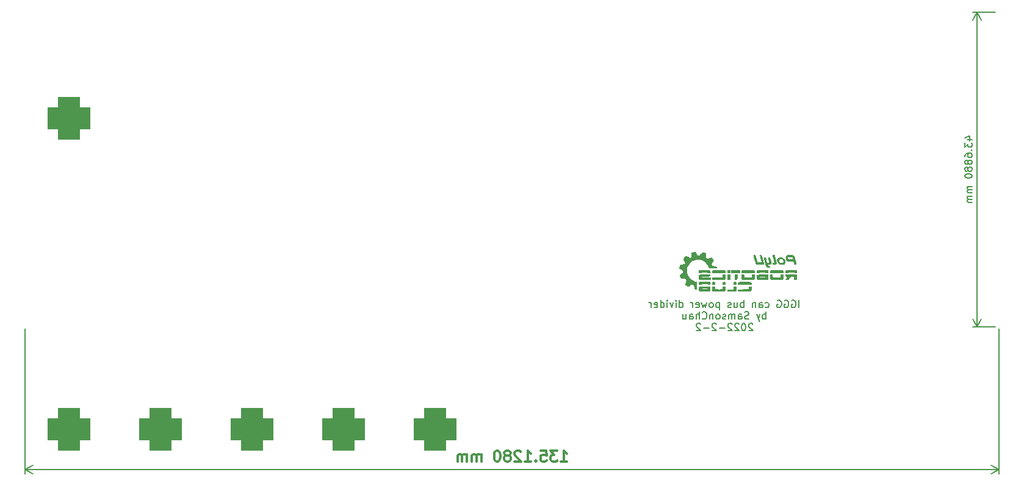
<source format=gbr>
G04 #@! TF.GenerationSoftware,KiCad,Pcbnew,6.0.2-378541a8eb~116~ubuntu18.04.1*
G04 #@! TF.CreationDate,2022-02-21T15:42:04+08:00*
G04 #@! TF.ProjectId,XT60_CAN,58543630-5f43-4414-9e2e-6b696361645f,rev?*
G04 #@! TF.SameCoordinates,Original*
G04 #@! TF.FileFunction,Legend,Bot*
G04 #@! TF.FilePolarity,Positive*
%FSLAX46Y46*%
G04 Gerber Fmt 4.6, Leading zero omitted, Abs format (unit mm)*
G04 Created by KiCad (PCBNEW 6.0.2-378541a8eb~116~ubuntu18.04.1) date 2022-02-21 15:42:04*
%MOMM*%
%LPD*%
G01*
G04 APERTURE LIST*
G04 Aperture macros list*
%AMRoundRect*
0 Rectangle with rounded corners*
0 $1 Rounding radius*
0 $2 $3 $4 $5 $6 $7 $8 $9 X,Y pos of 4 corners*
0 Add a 4 corners polygon primitive as box body*
4,1,4,$2,$3,$4,$5,$6,$7,$8,$9,$2,$3,0*
0 Add four circle primitives for the rounded corners*
1,1,$1+$1,$2,$3*
1,1,$1+$1,$4,$5*
1,1,$1+$1,$6,$7*
1,1,$1+$1,$8,$9*
0 Add four rect primitives between the rounded corners*
20,1,$1+$1,$2,$3,$4,$5,0*
20,1,$1+$1,$4,$5,$6,$7,0*
20,1,$1+$1,$6,$7,$8,$9,0*
20,1,$1+$1,$8,$9,$2,$3,0*%
G04 Aperture macros list end*
%ADD10C,0.150000*%
%ADD11C,0.300000*%
%ADD12C,0.200000*%
%ADD13R,1.308000X4.500000*%
%ADD14R,1.980000X3.960000*%
%ADD15O,1.980000X3.960000*%
%ADD16RoundRect,1.500000X1.500000X-1.500000X1.500000X1.500000X-1.500000X1.500000X-1.500000X-1.500000X0*%
%ADD17C,6.000000*%
%ADD18C,2.400000*%
G04 APERTURE END LIST*
D10*
X167305333Y-66914380D02*
X167305333Y-65914380D01*
X166305333Y-65962000D02*
X166400571Y-65914380D01*
X166543428Y-65914380D01*
X166686285Y-65962000D01*
X166781523Y-66057238D01*
X166829142Y-66152476D01*
X166876761Y-66342952D01*
X166876761Y-66485809D01*
X166829142Y-66676285D01*
X166781523Y-66771523D01*
X166686285Y-66866761D01*
X166543428Y-66914380D01*
X166448190Y-66914380D01*
X166305333Y-66866761D01*
X166257714Y-66819142D01*
X166257714Y-66485809D01*
X166448190Y-66485809D01*
X165305333Y-65962000D02*
X165400571Y-65914380D01*
X165543428Y-65914380D01*
X165686285Y-65962000D01*
X165781523Y-66057238D01*
X165829142Y-66152476D01*
X165876761Y-66342952D01*
X165876761Y-66485809D01*
X165829142Y-66676285D01*
X165781523Y-66771523D01*
X165686285Y-66866761D01*
X165543428Y-66914380D01*
X165448190Y-66914380D01*
X165305333Y-66866761D01*
X165257714Y-66819142D01*
X165257714Y-66485809D01*
X165448190Y-66485809D01*
X164305333Y-65962000D02*
X164400571Y-65914380D01*
X164543428Y-65914380D01*
X164686285Y-65962000D01*
X164781523Y-66057238D01*
X164829142Y-66152476D01*
X164876761Y-66342952D01*
X164876761Y-66485809D01*
X164829142Y-66676285D01*
X164781523Y-66771523D01*
X164686285Y-66866761D01*
X164543428Y-66914380D01*
X164448190Y-66914380D01*
X164305333Y-66866761D01*
X164257714Y-66819142D01*
X164257714Y-66485809D01*
X164448190Y-66485809D01*
X162638666Y-66866761D02*
X162733904Y-66914380D01*
X162924380Y-66914380D01*
X163019619Y-66866761D01*
X163067238Y-66819142D01*
X163114857Y-66723904D01*
X163114857Y-66438190D01*
X163067238Y-66342952D01*
X163019619Y-66295333D01*
X162924380Y-66247714D01*
X162733904Y-66247714D01*
X162638666Y-66295333D01*
X161781523Y-66914380D02*
X161781523Y-66390571D01*
X161829142Y-66295333D01*
X161924380Y-66247714D01*
X162114857Y-66247714D01*
X162210095Y-66295333D01*
X161781523Y-66866761D02*
X161876761Y-66914380D01*
X162114857Y-66914380D01*
X162210095Y-66866761D01*
X162257714Y-66771523D01*
X162257714Y-66676285D01*
X162210095Y-66581047D01*
X162114857Y-66533428D01*
X161876761Y-66533428D01*
X161781523Y-66485809D01*
X161305333Y-66247714D02*
X161305333Y-66914380D01*
X161305333Y-66342952D02*
X161257714Y-66295333D01*
X161162476Y-66247714D01*
X161019619Y-66247714D01*
X160924380Y-66295333D01*
X160876761Y-66390571D01*
X160876761Y-66914380D01*
X159638666Y-66914380D02*
X159638666Y-65914380D01*
X159638666Y-66295333D02*
X159543428Y-66247714D01*
X159352952Y-66247714D01*
X159257714Y-66295333D01*
X159210095Y-66342952D01*
X159162476Y-66438190D01*
X159162476Y-66723904D01*
X159210095Y-66819142D01*
X159257714Y-66866761D01*
X159352952Y-66914380D01*
X159543428Y-66914380D01*
X159638666Y-66866761D01*
X158305333Y-66247714D02*
X158305333Y-66914380D01*
X158733904Y-66247714D02*
X158733904Y-66771523D01*
X158686285Y-66866761D01*
X158591047Y-66914380D01*
X158448190Y-66914380D01*
X158352952Y-66866761D01*
X158305333Y-66819142D01*
X157876761Y-66866761D02*
X157781523Y-66914380D01*
X157591047Y-66914380D01*
X157495809Y-66866761D01*
X157448190Y-66771523D01*
X157448190Y-66723904D01*
X157495809Y-66628666D01*
X157591047Y-66581047D01*
X157733904Y-66581047D01*
X157829142Y-66533428D01*
X157876761Y-66438190D01*
X157876761Y-66390571D01*
X157829142Y-66295333D01*
X157733904Y-66247714D01*
X157591047Y-66247714D01*
X157495809Y-66295333D01*
X156257714Y-66247714D02*
X156257714Y-67247714D01*
X156257714Y-66295333D02*
X156162476Y-66247714D01*
X155972000Y-66247714D01*
X155876761Y-66295333D01*
X155829142Y-66342952D01*
X155781523Y-66438190D01*
X155781523Y-66723904D01*
X155829142Y-66819142D01*
X155876761Y-66866761D01*
X155972000Y-66914380D01*
X156162476Y-66914380D01*
X156257714Y-66866761D01*
X155210095Y-66914380D02*
X155305333Y-66866761D01*
X155352952Y-66819142D01*
X155400571Y-66723904D01*
X155400571Y-66438190D01*
X155352952Y-66342952D01*
X155305333Y-66295333D01*
X155210095Y-66247714D01*
X155067238Y-66247714D01*
X154972000Y-66295333D01*
X154924380Y-66342952D01*
X154876761Y-66438190D01*
X154876761Y-66723904D01*
X154924380Y-66819142D01*
X154972000Y-66866761D01*
X155067238Y-66914380D01*
X155210095Y-66914380D01*
X154543428Y-66247714D02*
X154352952Y-66914380D01*
X154162476Y-66438190D01*
X153972000Y-66914380D01*
X153781523Y-66247714D01*
X153019619Y-66866761D02*
X153114857Y-66914380D01*
X153305333Y-66914380D01*
X153400571Y-66866761D01*
X153448190Y-66771523D01*
X153448190Y-66390571D01*
X153400571Y-66295333D01*
X153305333Y-66247714D01*
X153114857Y-66247714D01*
X153019619Y-66295333D01*
X152972000Y-66390571D01*
X152972000Y-66485809D01*
X153448190Y-66581047D01*
X152543428Y-66914380D02*
X152543428Y-66247714D01*
X152543428Y-66438190D02*
X152495809Y-66342952D01*
X152448190Y-66295333D01*
X152352952Y-66247714D01*
X152257714Y-66247714D01*
X150733904Y-66914380D02*
X150733904Y-65914380D01*
X150733904Y-66866761D02*
X150829142Y-66914380D01*
X151019619Y-66914380D01*
X151114857Y-66866761D01*
X151162476Y-66819142D01*
X151210095Y-66723904D01*
X151210095Y-66438190D01*
X151162476Y-66342952D01*
X151114857Y-66295333D01*
X151019619Y-66247714D01*
X150829142Y-66247714D01*
X150733904Y-66295333D01*
X150257714Y-66914380D02*
X150257714Y-66247714D01*
X150257714Y-65914380D02*
X150305333Y-65962000D01*
X150257714Y-66009619D01*
X150210095Y-65962000D01*
X150257714Y-65914380D01*
X150257714Y-66009619D01*
X149876761Y-66247714D02*
X149638666Y-66914380D01*
X149400571Y-66247714D01*
X149019619Y-66914380D02*
X149019619Y-66247714D01*
X149019619Y-65914380D02*
X149067238Y-65962000D01*
X149019619Y-66009619D01*
X148972000Y-65962000D01*
X149019619Y-65914380D01*
X149019619Y-66009619D01*
X148114857Y-66914380D02*
X148114857Y-65914380D01*
X148114857Y-66866761D02*
X148210095Y-66914380D01*
X148400571Y-66914380D01*
X148495809Y-66866761D01*
X148543428Y-66819142D01*
X148591047Y-66723904D01*
X148591047Y-66438190D01*
X148543428Y-66342952D01*
X148495809Y-66295333D01*
X148400571Y-66247714D01*
X148210095Y-66247714D01*
X148114857Y-66295333D01*
X147257714Y-66866761D02*
X147352952Y-66914380D01*
X147543428Y-66914380D01*
X147638666Y-66866761D01*
X147686285Y-66771523D01*
X147686285Y-66390571D01*
X147638666Y-66295333D01*
X147543428Y-66247714D01*
X147352952Y-66247714D01*
X147257714Y-66295333D01*
X147210095Y-66390571D01*
X147210095Y-66485809D01*
X147686285Y-66581047D01*
X146781523Y-66914380D02*
X146781523Y-66247714D01*
X146781523Y-66438190D02*
X146733904Y-66342952D01*
X146686285Y-66295333D01*
X146591047Y-66247714D01*
X146495809Y-66247714D01*
X162710095Y-68524380D02*
X162710095Y-67524380D01*
X162710095Y-67905333D02*
X162614857Y-67857714D01*
X162424380Y-67857714D01*
X162329142Y-67905333D01*
X162281523Y-67952952D01*
X162233904Y-68048190D01*
X162233904Y-68333904D01*
X162281523Y-68429142D01*
X162329142Y-68476761D01*
X162424380Y-68524380D01*
X162614857Y-68524380D01*
X162710095Y-68476761D01*
X161900571Y-67857714D02*
X161662476Y-68524380D01*
X161424380Y-67857714D02*
X161662476Y-68524380D01*
X161757714Y-68762476D01*
X161805333Y-68810095D01*
X161900571Y-68857714D01*
X160329142Y-68476761D02*
X160186285Y-68524380D01*
X159948190Y-68524380D01*
X159852952Y-68476761D01*
X159805333Y-68429142D01*
X159757714Y-68333904D01*
X159757714Y-68238666D01*
X159805333Y-68143428D01*
X159852952Y-68095809D01*
X159948190Y-68048190D01*
X160138666Y-68000571D01*
X160233904Y-67952952D01*
X160281523Y-67905333D01*
X160329142Y-67810095D01*
X160329142Y-67714857D01*
X160281523Y-67619619D01*
X160233904Y-67572000D01*
X160138666Y-67524380D01*
X159900571Y-67524380D01*
X159757714Y-67572000D01*
X158900571Y-68524380D02*
X158900571Y-68000571D01*
X158948190Y-67905333D01*
X159043428Y-67857714D01*
X159233904Y-67857714D01*
X159329142Y-67905333D01*
X158900571Y-68476761D02*
X158995809Y-68524380D01*
X159233904Y-68524380D01*
X159329142Y-68476761D01*
X159376761Y-68381523D01*
X159376761Y-68286285D01*
X159329142Y-68191047D01*
X159233904Y-68143428D01*
X158995809Y-68143428D01*
X158900571Y-68095809D01*
X158424380Y-68524380D02*
X158424380Y-67857714D01*
X158424380Y-67952952D02*
X158376761Y-67905333D01*
X158281523Y-67857714D01*
X158138666Y-67857714D01*
X158043428Y-67905333D01*
X157995809Y-68000571D01*
X157995809Y-68524380D01*
X157995809Y-68000571D02*
X157948190Y-67905333D01*
X157852952Y-67857714D01*
X157710095Y-67857714D01*
X157614857Y-67905333D01*
X157567238Y-68000571D01*
X157567238Y-68524380D01*
X157138666Y-68476761D02*
X157043428Y-68524380D01*
X156852952Y-68524380D01*
X156757714Y-68476761D01*
X156710095Y-68381523D01*
X156710095Y-68333904D01*
X156757714Y-68238666D01*
X156852952Y-68191047D01*
X156995809Y-68191047D01*
X157091047Y-68143428D01*
X157138666Y-68048190D01*
X157138666Y-68000571D01*
X157091047Y-67905333D01*
X156995809Y-67857714D01*
X156852952Y-67857714D01*
X156757714Y-67905333D01*
X156138666Y-68524380D02*
X156233904Y-68476761D01*
X156281523Y-68429142D01*
X156329142Y-68333904D01*
X156329142Y-68048190D01*
X156281523Y-67952952D01*
X156233904Y-67905333D01*
X156138666Y-67857714D01*
X155995809Y-67857714D01*
X155900571Y-67905333D01*
X155852952Y-67952952D01*
X155805333Y-68048190D01*
X155805333Y-68333904D01*
X155852952Y-68429142D01*
X155900571Y-68476761D01*
X155995809Y-68524380D01*
X156138666Y-68524380D01*
X155376761Y-67857714D02*
X155376761Y-68524380D01*
X155376761Y-67952952D02*
X155329142Y-67905333D01*
X155233904Y-67857714D01*
X155091047Y-67857714D01*
X154995809Y-67905333D01*
X154948190Y-68000571D01*
X154948190Y-68524380D01*
X153900571Y-68429142D02*
X153948190Y-68476761D01*
X154091047Y-68524380D01*
X154186285Y-68524380D01*
X154329142Y-68476761D01*
X154424380Y-68381523D01*
X154472000Y-68286285D01*
X154519619Y-68095809D01*
X154519619Y-67952952D01*
X154472000Y-67762476D01*
X154424380Y-67667238D01*
X154329142Y-67572000D01*
X154186285Y-67524380D01*
X154091047Y-67524380D01*
X153948190Y-67572000D01*
X153900571Y-67619619D01*
X153472000Y-68524380D02*
X153472000Y-67524380D01*
X153043428Y-68524380D02*
X153043428Y-68000571D01*
X153091047Y-67905333D01*
X153186285Y-67857714D01*
X153329142Y-67857714D01*
X153424380Y-67905333D01*
X153472000Y-67952952D01*
X152138666Y-68524380D02*
X152138666Y-68000571D01*
X152186285Y-67905333D01*
X152281523Y-67857714D01*
X152472000Y-67857714D01*
X152567238Y-67905333D01*
X152138666Y-68476761D02*
X152233904Y-68524380D01*
X152472000Y-68524380D01*
X152567238Y-68476761D01*
X152614857Y-68381523D01*
X152614857Y-68286285D01*
X152567238Y-68191047D01*
X152472000Y-68143428D01*
X152233904Y-68143428D01*
X152138666Y-68095809D01*
X151233904Y-67857714D02*
X151233904Y-68524380D01*
X151662476Y-67857714D02*
X151662476Y-68381523D01*
X151614857Y-68476761D01*
X151519619Y-68524380D01*
X151376761Y-68524380D01*
X151281523Y-68476761D01*
X151233904Y-68429142D01*
X160876761Y-69229619D02*
X160829142Y-69182000D01*
X160733904Y-69134380D01*
X160495809Y-69134380D01*
X160400571Y-69182000D01*
X160352952Y-69229619D01*
X160305333Y-69324857D01*
X160305333Y-69420095D01*
X160352952Y-69562952D01*
X160924380Y-70134380D01*
X160305333Y-70134380D01*
X159686285Y-69134380D02*
X159591047Y-69134380D01*
X159495809Y-69182000D01*
X159448190Y-69229619D01*
X159400571Y-69324857D01*
X159352952Y-69515333D01*
X159352952Y-69753428D01*
X159400571Y-69943904D01*
X159448190Y-70039142D01*
X159495809Y-70086761D01*
X159591047Y-70134380D01*
X159686285Y-70134380D01*
X159781523Y-70086761D01*
X159829142Y-70039142D01*
X159876761Y-69943904D01*
X159924380Y-69753428D01*
X159924380Y-69515333D01*
X159876761Y-69324857D01*
X159829142Y-69229619D01*
X159781523Y-69182000D01*
X159686285Y-69134380D01*
X158972000Y-69229619D02*
X158924380Y-69182000D01*
X158829142Y-69134380D01*
X158591047Y-69134380D01*
X158495809Y-69182000D01*
X158448190Y-69229619D01*
X158400571Y-69324857D01*
X158400571Y-69420095D01*
X158448190Y-69562952D01*
X159019619Y-70134380D01*
X158400571Y-70134380D01*
X158019619Y-69229619D02*
X157972000Y-69182000D01*
X157876761Y-69134380D01*
X157638666Y-69134380D01*
X157543428Y-69182000D01*
X157495809Y-69229619D01*
X157448190Y-69324857D01*
X157448190Y-69420095D01*
X157495809Y-69562952D01*
X158067238Y-70134380D01*
X157448190Y-70134380D01*
X157019619Y-69753428D02*
X156257714Y-69753428D01*
X155829142Y-69229619D02*
X155781523Y-69182000D01*
X155686285Y-69134380D01*
X155448190Y-69134380D01*
X155352952Y-69182000D01*
X155305333Y-69229619D01*
X155257714Y-69324857D01*
X155257714Y-69420095D01*
X155305333Y-69562952D01*
X155876761Y-70134380D01*
X155257714Y-70134380D01*
X154829142Y-69753428D02*
X154067238Y-69753428D01*
X153638666Y-69229619D02*
X153591047Y-69182000D01*
X153495809Y-69134380D01*
X153257714Y-69134380D01*
X153162476Y-69182000D01*
X153114857Y-69229619D01*
X153067238Y-69324857D01*
X153067238Y-69420095D01*
X153114857Y-69562952D01*
X153686285Y-70134380D01*
X153067238Y-70134380D01*
D11*
X134293714Y-88286571D02*
X135150857Y-88286571D01*
X134722285Y-88286571D02*
X134722285Y-86786571D01*
X134865142Y-87000857D01*
X135008000Y-87143714D01*
X135150857Y-87215142D01*
X133793714Y-86786571D02*
X132865142Y-86786571D01*
X133365142Y-87358000D01*
X133150857Y-87358000D01*
X133008000Y-87429428D01*
X132936571Y-87500857D01*
X132865142Y-87643714D01*
X132865142Y-88000857D01*
X132936571Y-88143714D01*
X133008000Y-88215142D01*
X133150857Y-88286571D01*
X133579428Y-88286571D01*
X133722285Y-88215142D01*
X133793714Y-88143714D01*
X131508000Y-86786571D02*
X132222285Y-86786571D01*
X132293714Y-87500857D01*
X132222285Y-87429428D01*
X132079428Y-87358000D01*
X131722285Y-87358000D01*
X131579428Y-87429428D01*
X131508000Y-87500857D01*
X131436571Y-87643714D01*
X131436571Y-88000857D01*
X131508000Y-88143714D01*
X131579428Y-88215142D01*
X131722285Y-88286571D01*
X132079428Y-88286571D01*
X132222285Y-88215142D01*
X132293714Y-88143714D01*
X130793714Y-88143714D02*
X130722285Y-88215142D01*
X130793714Y-88286571D01*
X130865142Y-88215142D01*
X130793714Y-88143714D01*
X130793714Y-88286571D01*
X129293714Y-88286571D02*
X130150857Y-88286571D01*
X129722285Y-88286571D02*
X129722285Y-86786571D01*
X129865142Y-87000857D01*
X130008000Y-87143714D01*
X130150857Y-87215142D01*
X128722285Y-86929428D02*
X128650857Y-86858000D01*
X128508000Y-86786571D01*
X128150857Y-86786571D01*
X128008000Y-86858000D01*
X127936571Y-86929428D01*
X127865142Y-87072285D01*
X127865142Y-87215142D01*
X127936571Y-87429428D01*
X128793714Y-88286571D01*
X127865142Y-88286571D01*
X127008000Y-87429428D02*
X127150857Y-87358000D01*
X127222285Y-87286571D01*
X127293714Y-87143714D01*
X127293714Y-87072285D01*
X127222285Y-86929428D01*
X127150857Y-86858000D01*
X127008000Y-86786571D01*
X126722285Y-86786571D01*
X126579428Y-86858000D01*
X126508000Y-86929428D01*
X126436571Y-87072285D01*
X126436571Y-87143714D01*
X126508000Y-87286571D01*
X126579428Y-87358000D01*
X126722285Y-87429428D01*
X127008000Y-87429428D01*
X127150857Y-87500857D01*
X127222285Y-87572285D01*
X127293714Y-87715142D01*
X127293714Y-88000857D01*
X127222285Y-88143714D01*
X127150857Y-88215142D01*
X127008000Y-88286571D01*
X126722285Y-88286571D01*
X126579428Y-88215142D01*
X126508000Y-88143714D01*
X126436571Y-88000857D01*
X126436571Y-87715142D01*
X126508000Y-87572285D01*
X126579428Y-87500857D01*
X126722285Y-87429428D01*
X125508000Y-86786571D02*
X125365142Y-86786571D01*
X125222285Y-86858000D01*
X125150857Y-86929428D01*
X125079428Y-87072285D01*
X125008000Y-87358000D01*
X125008000Y-87715142D01*
X125079428Y-88000857D01*
X125150857Y-88143714D01*
X125222285Y-88215142D01*
X125365142Y-88286571D01*
X125508000Y-88286571D01*
X125650857Y-88215142D01*
X125722285Y-88143714D01*
X125793714Y-88000857D01*
X125865142Y-87715142D01*
X125865142Y-87358000D01*
X125793714Y-87072285D01*
X125722285Y-86929428D01*
X125650857Y-86858000D01*
X125508000Y-86786571D01*
X123222285Y-88286571D02*
X123222285Y-87286571D01*
X123222285Y-87429428D02*
X123150857Y-87358000D01*
X123008000Y-87286571D01*
X122793714Y-87286571D01*
X122650857Y-87358000D01*
X122579428Y-87500857D01*
X122579428Y-88286571D01*
X122579428Y-87500857D02*
X122508000Y-87358000D01*
X122365142Y-87286571D01*
X122150857Y-87286571D01*
X122008000Y-87358000D01*
X121936571Y-87500857D01*
X121936571Y-88286571D01*
X121222285Y-88286571D02*
X121222285Y-87286571D01*
X121222285Y-87429428D02*
X121150857Y-87358000D01*
X121008000Y-87286571D01*
X120793714Y-87286571D01*
X120650857Y-87358000D01*
X120579428Y-87500857D01*
X120579428Y-88286571D01*
X120579428Y-87500857D02*
X120508000Y-87358000D01*
X120365142Y-87286571D01*
X120150857Y-87286571D01*
X120008000Y-87358000D01*
X119936571Y-87500857D01*
X119936571Y-88286571D01*
D12*
X59944000Y-69842000D02*
X59944000Y-89994420D01*
X195072000Y-69842000D02*
X195072000Y-89994420D01*
X59944000Y-89408000D02*
X195072000Y-89408000D01*
X59944000Y-89408000D02*
X195072000Y-89408000D01*
X59944000Y-89408000D02*
X61070504Y-89994421D01*
X59944000Y-89408000D02*
X61070504Y-88821579D01*
X195072000Y-89408000D02*
X193945496Y-88821579D01*
X195072000Y-89408000D02*
X193945496Y-89994421D01*
D10*
X190659714Y-43609142D02*
X191326380Y-43609142D01*
X190278761Y-43371047D02*
X190993047Y-43132952D01*
X190993047Y-43752000D01*
X190326380Y-44037714D02*
X190326380Y-44656761D01*
X190707333Y-44323428D01*
X190707333Y-44466285D01*
X190754952Y-44561523D01*
X190802571Y-44609142D01*
X190897809Y-44656761D01*
X191135904Y-44656761D01*
X191231142Y-44609142D01*
X191278761Y-44561523D01*
X191326380Y-44466285D01*
X191326380Y-44180571D01*
X191278761Y-44085333D01*
X191231142Y-44037714D01*
X191231142Y-45085333D02*
X191278761Y-45132952D01*
X191326380Y-45085333D01*
X191278761Y-45037714D01*
X191231142Y-45085333D01*
X191326380Y-45085333D01*
X190326380Y-45990095D02*
X190326380Y-45799619D01*
X190374000Y-45704380D01*
X190421619Y-45656761D01*
X190564476Y-45561523D01*
X190754952Y-45513904D01*
X191135904Y-45513904D01*
X191231142Y-45561523D01*
X191278761Y-45609142D01*
X191326380Y-45704380D01*
X191326380Y-45894857D01*
X191278761Y-45990095D01*
X191231142Y-46037714D01*
X191135904Y-46085333D01*
X190897809Y-46085333D01*
X190802571Y-46037714D01*
X190754952Y-45990095D01*
X190707333Y-45894857D01*
X190707333Y-45704380D01*
X190754952Y-45609142D01*
X190802571Y-45561523D01*
X190897809Y-45513904D01*
X190754952Y-46656761D02*
X190707333Y-46561523D01*
X190659714Y-46513904D01*
X190564476Y-46466285D01*
X190516857Y-46466285D01*
X190421619Y-46513904D01*
X190374000Y-46561523D01*
X190326380Y-46656761D01*
X190326380Y-46847238D01*
X190374000Y-46942476D01*
X190421619Y-46990095D01*
X190516857Y-47037714D01*
X190564476Y-47037714D01*
X190659714Y-46990095D01*
X190707333Y-46942476D01*
X190754952Y-46847238D01*
X190754952Y-46656761D01*
X190802571Y-46561523D01*
X190850190Y-46513904D01*
X190945428Y-46466285D01*
X191135904Y-46466285D01*
X191231142Y-46513904D01*
X191278761Y-46561523D01*
X191326380Y-46656761D01*
X191326380Y-46847238D01*
X191278761Y-46942476D01*
X191231142Y-46990095D01*
X191135904Y-47037714D01*
X190945428Y-47037714D01*
X190850190Y-46990095D01*
X190802571Y-46942476D01*
X190754952Y-46847238D01*
X190754952Y-47609142D02*
X190707333Y-47513904D01*
X190659714Y-47466285D01*
X190564476Y-47418666D01*
X190516857Y-47418666D01*
X190421619Y-47466285D01*
X190374000Y-47513904D01*
X190326380Y-47609142D01*
X190326380Y-47799619D01*
X190374000Y-47894857D01*
X190421619Y-47942476D01*
X190516857Y-47990095D01*
X190564476Y-47990095D01*
X190659714Y-47942476D01*
X190707333Y-47894857D01*
X190754952Y-47799619D01*
X190754952Y-47609142D01*
X190802571Y-47513904D01*
X190850190Y-47466285D01*
X190945428Y-47418666D01*
X191135904Y-47418666D01*
X191231142Y-47466285D01*
X191278761Y-47513904D01*
X191326380Y-47609142D01*
X191326380Y-47799619D01*
X191278761Y-47894857D01*
X191231142Y-47942476D01*
X191135904Y-47990095D01*
X190945428Y-47990095D01*
X190850190Y-47942476D01*
X190802571Y-47894857D01*
X190754952Y-47799619D01*
X190326380Y-48609142D02*
X190326380Y-48704380D01*
X190374000Y-48799619D01*
X190421619Y-48847238D01*
X190516857Y-48894857D01*
X190707333Y-48942476D01*
X190945428Y-48942476D01*
X191135904Y-48894857D01*
X191231142Y-48847238D01*
X191278761Y-48799619D01*
X191326380Y-48704380D01*
X191326380Y-48609142D01*
X191278761Y-48513904D01*
X191231142Y-48466285D01*
X191135904Y-48418666D01*
X190945428Y-48371047D01*
X190707333Y-48371047D01*
X190516857Y-48418666D01*
X190421619Y-48466285D01*
X190374000Y-48513904D01*
X190326380Y-48609142D01*
X191326380Y-50132952D02*
X190659714Y-50132952D01*
X190754952Y-50132952D02*
X190707333Y-50180571D01*
X190659714Y-50275809D01*
X190659714Y-50418666D01*
X190707333Y-50513904D01*
X190802571Y-50561523D01*
X191326380Y-50561523D01*
X190802571Y-50561523D02*
X190707333Y-50609142D01*
X190659714Y-50704380D01*
X190659714Y-50847238D01*
X190707333Y-50942476D01*
X190802571Y-50990095D01*
X191326380Y-50990095D01*
X191326380Y-51466285D02*
X190659714Y-51466285D01*
X190754952Y-51466285D02*
X190707333Y-51513904D01*
X190659714Y-51609142D01*
X190659714Y-51752000D01*
X190707333Y-51847238D01*
X190802571Y-51894857D01*
X191326380Y-51894857D01*
X190802571Y-51894857D02*
X190707333Y-51942476D01*
X190659714Y-52037714D01*
X190659714Y-52180571D01*
X190707333Y-52275809D01*
X190802571Y-52323428D01*
X191326380Y-52323428D01*
X194572000Y-25908000D02*
X191437580Y-25908000D01*
X194572000Y-69596000D02*
X191437580Y-69596000D01*
X192024000Y-25908000D02*
X192024000Y-69596000D01*
X192024000Y-25908000D02*
X192024000Y-69596000D01*
X192024000Y-25908000D02*
X191437579Y-27034504D01*
X192024000Y-25908000D02*
X192610421Y-27034504D01*
X192024000Y-69596000D02*
X192610421Y-68469496D01*
X192024000Y-69596000D02*
X191437579Y-68469496D01*
G36*
X155662531Y-64151731D02*
G01*
X155665168Y-64215881D01*
X155679004Y-64306953D01*
X155700727Y-64358883D01*
X155742587Y-64375285D01*
X155839712Y-64387575D01*
X155994106Y-64394778D01*
X156208880Y-64397127D01*
X156230104Y-64397126D01*
X156420385Y-64396112D01*
X156556815Y-64390125D01*
X156648354Y-64374672D01*
X156703958Y-64345259D01*
X156732584Y-64297393D01*
X156743192Y-64226582D01*
X156744737Y-64128331D01*
X156744737Y-63982823D01*
X157158521Y-63982823D01*
X157158521Y-64283270D01*
X157158520Y-64289939D01*
X157157394Y-64428963D01*
X157151834Y-64519647D01*
X157138450Y-64576803D01*
X157113853Y-64615240D01*
X157074655Y-64649770D01*
X157071966Y-64651874D01*
X157042612Y-64672049D01*
X157007548Y-64687473D01*
X156958496Y-64698781D01*
X156887179Y-64706609D01*
X156785316Y-64711592D01*
X156644630Y-64714365D01*
X156456843Y-64715564D01*
X156213676Y-64715822D01*
X156032858Y-64715516D01*
X155817934Y-64713766D01*
X155653426Y-64710080D01*
X155531489Y-64704018D01*
X155444279Y-64695142D01*
X155383949Y-64683015D01*
X155342655Y-64667199D01*
X155248747Y-64618576D01*
X155248747Y-63982823D01*
X155662531Y-63982823D01*
X155662531Y-64151731D01*
G37*
G36*
X157681041Y-62343145D02*
G01*
X157795113Y-62364572D01*
X157795113Y-63058607D01*
X157381328Y-63058607D01*
X157381328Y-62362542D01*
X157474148Y-62342130D01*
X157476293Y-62341670D01*
X157574770Y-62334017D01*
X157681041Y-62343145D01*
G37*
G36*
X167057519Y-62134391D02*
G01*
X166865542Y-62134391D01*
X166760289Y-62130708D01*
X166686710Y-62115655D01*
X166655245Y-62086587D01*
X166641541Y-62069349D01*
X166602316Y-62054261D01*
X166529158Y-62044900D01*
X166412170Y-62040122D01*
X166241460Y-62038783D01*
X166098524Y-62039641D01*
X165972166Y-62043683D01*
X165891501Y-62052093D01*
X165846636Y-62066013D01*
X165827676Y-62086587D01*
X165827642Y-62086674D01*
X165797699Y-62114835D01*
X165727606Y-62129915D01*
X165605868Y-62134391D01*
X165402381Y-62134391D01*
X165402381Y-61976851D01*
X165402387Y-61967077D01*
X165404358Y-61894149D01*
X165414649Y-61837207D01*
X165440176Y-61794271D01*
X165487858Y-61763366D01*
X165564611Y-61742513D01*
X165677354Y-61729736D01*
X165833003Y-61723058D01*
X166038476Y-61720501D01*
X166300691Y-61720088D01*
X167057519Y-61720088D01*
X167057519Y-62134391D01*
G37*
G36*
X158527193Y-63366148D02*
G01*
X158532973Y-63367313D01*
X158583868Y-63381745D01*
X158610608Y-63409567D01*
X158620957Y-63467559D01*
X158622682Y-63572503D01*
X158622682Y-63759736D01*
X158240727Y-63759736D01*
X158240727Y-63572503D01*
X158240731Y-63561169D01*
X158242893Y-63460941D01*
X158254351Y-63406215D01*
X158282870Y-63380211D01*
X158336215Y-63366148D01*
X158421261Y-63358340D01*
X158527193Y-63366148D01*
G37*
G36*
X152991282Y-59187968D02*
G01*
X153011808Y-59211204D01*
X153054786Y-59279083D01*
X153104938Y-59371967D01*
X153172080Y-59500522D01*
X153237289Y-59607142D01*
X153294456Y-59671774D01*
X153352172Y-59703726D01*
X153419029Y-59712309D01*
X153457906Y-59710372D01*
X153505557Y-59695796D01*
X153552902Y-59658190D01*
X153611586Y-59587404D01*
X153693256Y-59473287D01*
X153731031Y-59420917D01*
X153807698Y-59325195D01*
X153871511Y-59258992D01*
X153911547Y-59234266D01*
X153913702Y-59234321D01*
X153971673Y-59245466D01*
X154068426Y-59272219D01*
X154184213Y-59309157D01*
X154405263Y-59384049D01*
X154405263Y-59693406D01*
X154405265Y-59703934D01*
X154406451Y-59844326D01*
X154411925Y-59936197D01*
X154424762Y-59993876D01*
X154448040Y-60031694D01*
X154484837Y-60063979D01*
X154541929Y-60101224D01*
X154605855Y-60120131D01*
X154684301Y-60114419D01*
X154791437Y-60082855D01*
X154941433Y-60024204D01*
X155191137Y-59921281D01*
X155283155Y-60031914D01*
X155297020Y-60048765D01*
X155381057Y-60155772D01*
X155458886Y-60261139D01*
X155542599Y-60379731D01*
X155379758Y-60599667D01*
X155293627Y-60720141D01*
X155242700Y-60808182D01*
X155223314Y-60878883D01*
X155231082Y-60948309D01*
X155261621Y-61032524D01*
X155273356Y-61059452D01*
X155301889Y-61105553D01*
X155345123Y-61135190D01*
X155419167Y-61156830D01*
X155540130Y-61178945D01*
X155596585Y-61188585D01*
X155739444Y-61216094D01*
X155832638Y-61242433D01*
X155886461Y-61272693D01*
X155911207Y-61311961D01*
X155917168Y-61365325D01*
X155905733Y-61431982D01*
X155866820Y-61477657D01*
X155837717Y-61483978D01*
X155748726Y-61491584D01*
X155621227Y-61495906D01*
X155469814Y-61497143D01*
X155309075Y-61495494D01*
X155153603Y-61491158D01*
X155017990Y-61484332D01*
X154916824Y-61475217D01*
X154864699Y-61464010D01*
X154828148Y-61436817D01*
X154803108Y-61392304D01*
X154797446Y-61354925D01*
X154760175Y-61255754D01*
X154695745Y-61131277D01*
X154613166Y-60996775D01*
X154521447Y-60867530D01*
X154429599Y-60758821D01*
X154390132Y-60718486D01*
X154155905Y-60522671D01*
X153904531Y-60386480D01*
X153629189Y-60306966D01*
X153323057Y-60281186D01*
X153138612Y-60291523D01*
X152838771Y-60355532D01*
X152564467Y-60474923D01*
X152321493Y-60646110D01*
X152115644Y-60865505D01*
X151952712Y-61129523D01*
X151919862Y-61200681D01*
X151823038Y-61498230D01*
X151787646Y-61797646D01*
X151812650Y-62092587D01*
X151897016Y-62376715D01*
X152039709Y-62643690D01*
X152239693Y-62887172D01*
X152246977Y-62894465D01*
X152452925Y-63071321D01*
X152674716Y-63201170D01*
X152934505Y-63297079D01*
X153116165Y-63349956D01*
X153116165Y-64428996D01*
X153008659Y-64428996D01*
X152963194Y-64427144D01*
X152902303Y-64409785D01*
X152860608Y-64364357D01*
X152829561Y-64279079D01*
X152800619Y-64142171D01*
X152790879Y-64089671D01*
X152765493Y-63963702D01*
X152742120Y-63882722D01*
X152714012Y-63833271D01*
X152674422Y-63801893D01*
X152616603Y-63775130D01*
X152543028Y-63747288D01*
X152466158Y-63733735D01*
X152393636Y-63749515D01*
X152308330Y-63799164D01*
X152193108Y-63887214D01*
X152169129Y-63906146D01*
X152072026Y-63977574D01*
X151993224Y-64027670D01*
X151947911Y-64046562D01*
X151935694Y-64044487D01*
X151874091Y-64014348D01*
X151789254Y-63957787D01*
X151696540Y-63886982D01*
X151611303Y-63814114D01*
X151548900Y-63751360D01*
X151524687Y-63710899D01*
X151525597Y-63702428D01*
X151542531Y-63639911D01*
X151576445Y-63540554D01*
X151621556Y-63421626D01*
X151718426Y-63177465D01*
X151636071Y-63052862D01*
X151553716Y-62928260D01*
X150938774Y-62947064D01*
X150851036Y-62723977D01*
X150845006Y-62708559D01*
X150803413Y-62597074D01*
X150773728Y-62508659D01*
X150762037Y-62461282D01*
X150768486Y-62446948D01*
X150814581Y-62396906D01*
X150895399Y-62326084D01*
X150999499Y-62244908D01*
X151070741Y-62191464D01*
X151158698Y-62120092D01*
X151209322Y-62066341D01*
X151232403Y-62018740D01*
X151237733Y-61965822D01*
X151237697Y-61960244D01*
X151233106Y-61890603D01*
X151213545Y-61838381D01*
X151168337Y-61792478D01*
X151086809Y-61741793D01*
X150958283Y-61675223D01*
X150927239Y-61659284D01*
X150821626Y-61599681D01*
X150743637Y-61547352D01*
X150708313Y-61512115D01*
X150706726Y-61505593D01*
X150708587Y-61443239D01*
X150723723Y-61341764D01*
X150749529Y-61219644D01*
X150769521Y-61138999D01*
X150802075Y-61039887D01*
X150844854Y-60978438D01*
X150911216Y-60945298D01*
X151014520Y-60931112D01*
X151168124Y-60926527D01*
X151243572Y-60924207D01*
X151333139Y-60913046D01*
X151393614Y-60886917D01*
X151446632Y-60839023D01*
X151455058Y-60829675D01*
X151504500Y-60762609D01*
X151524687Y-60712675D01*
X151522145Y-60700651D01*
X151495225Y-60638768D01*
X151445159Y-60544049D01*
X151379741Y-60431611D01*
X151316464Y-60325336D01*
X151273226Y-60235092D01*
X151264508Y-60164198D01*
X151293174Y-60096794D01*
X151362089Y-60017021D01*
X151474116Y-59909021D01*
X151651824Y-59740741D01*
X151925281Y-59889990D01*
X152198739Y-60039239D01*
X152283455Y-59976155D01*
X152316739Y-59948296D01*
X152346212Y-59907747D01*
X152366225Y-59847326D01*
X152381228Y-59752451D01*
X152395674Y-59608539D01*
X152423178Y-59304007D01*
X152691927Y-59236518D01*
X152742686Y-59224241D01*
X152860153Y-59199690D01*
X152948379Y-59186730D01*
X152991282Y-59187968D01*
G37*
G36*
X164092098Y-60167692D02*
G01*
X164101014Y-60203882D01*
X164151446Y-60415742D01*
X164184647Y-60576685D01*
X164200622Y-60695809D01*
X164199371Y-60782211D01*
X164180899Y-60844990D01*
X164145206Y-60893244D01*
X164092295Y-60936069D01*
X164079241Y-60944125D01*
X163983197Y-60975428D01*
X163855543Y-60987089D01*
X163775394Y-60985851D01*
X163715749Y-60975432D01*
X163687245Y-60945940D01*
X163671648Y-60887497D01*
X163655077Y-60789719D01*
X163659165Y-60730507D01*
X163692867Y-60705446D01*
X163763158Y-60700263D01*
X163777795Y-60699973D01*
X163846586Y-60688907D01*
X163874561Y-60666773D01*
X163869724Y-60639344D01*
X163852134Y-60559914D01*
X163824699Y-60442422D01*
X163790615Y-60299981D01*
X163753076Y-60145703D01*
X163715279Y-59992701D01*
X163680417Y-59854087D01*
X163651686Y-59742973D01*
X163632281Y-59672472D01*
X163628628Y-59655444D01*
X163639609Y-59630703D01*
X163687575Y-59619397D01*
X163785806Y-59616700D01*
X163955977Y-59616700D01*
X164092098Y-60167692D01*
G37*
G36*
X167057519Y-62702731D02*
G01*
X167056322Y-62817951D01*
X167051886Y-62942033D01*
X167044940Y-63030475D01*
X167036299Y-63069230D01*
X167016268Y-63078136D01*
X166946134Y-63087647D01*
X166852370Y-63089743D01*
X166760008Y-63084284D01*
X166694082Y-63071132D01*
X166665006Y-63044167D01*
X166648527Y-62979170D01*
X166643734Y-62863980D01*
X166643734Y-62676173D01*
X166168353Y-62676173D01*
X166032227Y-62859423D01*
X166028361Y-62864619D01*
X165956911Y-62957936D01*
X165898016Y-63030178D01*
X165864091Y-63066087D01*
X165835547Y-63075603D01*
X165757698Y-63084962D01*
X165655782Y-63089263D01*
X165551665Y-63088315D01*
X165467210Y-63081929D01*
X165424283Y-63069914D01*
X165426127Y-63046405D01*
X165457091Y-62984274D01*
X165512212Y-62901405D01*
X165557762Y-62837142D01*
X165607467Y-62760652D01*
X165630890Y-62715597D01*
X165630651Y-62706771D01*
X165598064Y-62665731D01*
X165529699Y-62621183D01*
X165487995Y-62597773D01*
X165430016Y-62541424D01*
X165408322Y-62461054D01*
X165398347Y-62357478D01*
X167057519Y-62357478D01*
X167057519Y-62702731D01*
G37*
G36*
X160332935Y-63350790D02*
G01*
X160455518Y-63358014D01*
X160545131Y-63370117D01*
X160609498Y-63387811D01*
X160656339Y-63411807D01*
X160693379Y-63442819D01*
X160728975Y-63501654D01*
X160752564Y-63591323D01*
X160755529Y-63679545D01*
X160734043Y-63738490D01*
X160730085Y-63740024D01*
X160677831Y-63745296D01*
X160572273Y-63750013D01*
X160421518Y-63753996D01*
X160233675Y-63757065D01*
X160016851Y-63759039D01*
X159779156Y-63759736D01*
X158845489Y-63759736D01*
X158845489Y-63621263D01*
X158845745Y-63601557D01*
X158863033Y-63494218D01*
X158912420Y-63422079D01*
X158922910Y-63413200D01*
X158952451Y-63395398D01*
X158995052Y-63381842D01*
X159059146Y-63371772D01*
X159153165Y-63364428D01*
X159285543Y-63359048D01*
X159464713Y-63354873D01*
X159699109Y-63351143D01*
X159957973Y-63348130D01*
X160169661Y-63347733D01*
X160332935Y-63350790D01*
G37*
G36*
X163683584Y-62494800D02*
G01*
X163684072Y-62538475D01*
X163692439Y-62624339D01*
X163718385Y-62684349D01*
X163771126Y-62723519D01*
X163859877Y-62746863D01*
X163993852Y-62759394D01*
X164182266Y-62766126D01*
X164338499Y-62767785D01*
X164492148Y-62764313D01*
X164610032Y-62755840D01*
X164678258Y-62743013D01*
X164717383Y-62725600D01*
X164749531Y-62693818D01*
X164763038Y-62636088D01*
X164765789Y-62533549D01*
X164765789Y-62357478D01*
X165179574Y-62357478D01*
X165179574Y-62656336D01*
X165179469Y-62700276D01*
X165175415Y-62840703D01*
X165161157Y-62933698D01*
X165130837Y-62992260D01*
X165078599Y-63029387D01*
X164998589Y-63058079D01*
X164986436Y-63060948D01*
X164905628Y-63070109D01*
X164776732Y-63077237D01*
X164611940Y-63082319D01*
X164423447Y-63085344D01*
X164223445Y-63086299D01*
X164024126Y-63085172D01*
X163837683Y-63081950D01*
X163676310Y-63076622D01*
X163552200Y-63069176D01*
X163477544Y-63059599D01*
X163471369Y-63058146D01*
X163383079Y-63029246D01*
X163324674Y-62984764D01*
X163290257Y-62912738D01*
X163273931Y-62801208D01*
X163269799Y-62638212D01*
X163269799Y-62357478D01*
X163683584Y-62357478D01*
X163683584Y-62494800D01*
G37*
G36*
X156321701Y-61720103D02*
G01*
X156569769Y-61720894D01*
X156763218Y-61724254D01*
X156908841Y-61732055D01*
X157013428Y-61746166D01*
X157083771Y-61768459D01*
X157126661Y-61800803D01*
X157148888Y-61845070D01*
X157157245Y-61903129D01*
X157158521Y-61976851D01*
X157158521Y-62134391D01*
X155248747Y-62134391D01*
X155249234Y-61998946D01*
X155249469Y-61971471D01*
X155253786Y-61898510D01*
X155268675Y-61841226D01*
X155300771Y-61797724D01*
X155356709Y-61766110D01*
X155443125Y-61744492D01*
X155566656Y-61730974D01*
X155733936Y-61723664D01*
X155951602Y-61720666D01*
X156226289Y-61720088D01*
X156321701Y-61720103D01*
G37*
G36*
X166869367Y-60480117D02*
G01*
X166909492Y-60645835D01*
X166943340Y-60783912D01*
X166968097Y-60882892D01*
X166980949Y-60931317D01*
X166984891Y-60949611D01*
X166973152Y-60973574D01*
X166924223Y-60984496D01*
X166824920Y-60987089D01*
X166729173Y-60985394D01*
X166673138Y-60974051D01*
X166646416Y-60943766D01*
X166631349Y-60885249D01*
X166629932Y-60878248D01*
X166606237Y-60772802D01*
X166578399Y-60662163D01*
X166545792Y-60540916D01*
X166135009Y-60540916D01*
X166027222Y-60540304D01*
X165854919Y-60533368D01*
X165730807Y-60514236D01*
X165644663Y-60477413D01*
X165586270Y-60417402D01*
X165545405Y-60328708D01*
X165511848Y-60205835D01*
X165489188Y-60102258D01*
X165467651Y-59954525D01*
X165468435Y-59935395D01*
X165783123Y-59935395D01*
X165802602Y-60023036D01*
X165818762Y-60092850D01*
X165837183Y-60166449D01*
X165844544Y-60183709D01*
X165870641Y-60203605D01*
X165924650Y-60215301D01*
X166018475Y-60220829D01*
X166164020Y-60222221D01*
X166475755Y-60222221D01*
X166442978Y-60078808D01*
X166410202Y-59935395D01*
X165783123Y-59935395D01*
X165468435Y-59935395D01*
X165472080Y-59846430D01*
X165503758Y-59765487D01*
X165563971Y-59699207D01*
X165605160Y-59666736D01*
X165648233Y-59643158D01*
X165703583Y-59628452D01*
X165784055Y-59620532D01*
X165902495Y-59617310D01*
X166071746Y-59616700D01*
X166170445Y-59617221D01*
X166347882Y-59622863D01*
X166476479Y-59636488D01*
X166566324Y-59660300D01*
X166627507Y-59696499D01*
X166670116Y-59747287D01*
X166684004Y-59780157D01*
X166712586Y-59869852D01*
X166749679Y-60001264D01*
X166792025Y-60162726D01*
X166806693Y-60222221D01*
X166836365Y-60342573D01*
X166869367Y-60480117D01*
G37*
G36*
X154385189Y-61720915D02*
G01*
X154596565Y-61723174D01*
X154756792Y-61729393D01*
X154873145Y-61741678D01*
X154952901Y-61762137D01*
X155003336Y-61792877D01*
X155031725Y-61836005D01*
X155045347Y-61893627D01*
X155051475Y-61967851D01*
X155061096Y-62134391D01*
X154856438Y-62134391D01*
X154769404Y-62132109D01*
X154666151Y-62117070D01*
X154612155Y-62086587D01*
X154609349Y-62083437D01*
X154572423Y-62061892D01*
X154504058Y-62048160D01*
X154393551Y-62040904D01*
X154230200Y-62038783D01*
X154207619Y-62038810D01*
X154051124Y-62041473D01*
X153946198Y-62049430D01*
X153882139Y-62064022D01*
X153848245Y-62086587D01*
X153812540Y-62110684D01*
X153727680Y-62128762D01*
X153589712Y-62134391D01*
X153370802Y-62134391D01*
X153370802Y-61976851D01*
X153371412Y-61923996D01*
X153377995Y-61857900D01*
X153397786Y-61807891D01*
X153437992Y-61771735D01*
X153505820Y-61747199D01*
X153608477Y-61732047D01*
X153753171Y-61724046D01*
X153947108Y-61720961D01*
X154197496Y-61720558D01*
X154385189Y-61720915D01*
G37*
G36*
X154754381Y-63349004D02*
G01*
X154877740Y-63352620D01*
X154960335Y-63359325D01*
X155008907Y-63369395D01*
X155030197Y-63383108D01*
X155046879Y-63435055D01*
X155056229Y-63529382D01*
X155053673Y-63630857D01*
X155038449Y-63709326D01*
X155019182Y-63729706D01*
X154950579Y-63752892D01*
X154855434Y-63762849D01*
X154755919Y-63759437D01*
X154674209Y-63742512D01*
X154632474Y-63711932D01*
X154599550Y-63691092D01*
X154516391Y-63674205D01*
X154398915Y-63663859D01*
X154262369Y-63660073D01*
X154122002Y-63662867D01*
X153993063Y-63672260D01*
X153890798Y-63688270D01*
X153830457Y-63710919D01*
X153807242Y-63724177D01*
X153709660Y-63749243D01*
X153569737Y-63758723D01*
X153370802Y-63759736D01*
X153370802Y-63621263D01*
X153371059Y-63601546D01*
X153388348Y-63494214D01*
X153437735Y-63422079D01*
X153452711Y-63409834D01*
X153483312Y-63393127D01*
X153528147Y-63380391D01*
X153595453Y-63370909D01*
X153693467Y-63363968D01*
X153830426Y-63358853D01*
X154014570Y-63354848D01*
X154254134Y-63351238D01*
X154358409Y-63349932D01*
X154583518Y-63348200D01*
X154754381Y-63349004D01*
G37*
G36*
X162065143Y-59641858D02*
G01*
X162140530Y-59688876D01*
X162147619Y-59695225D01*
X162178817Y-59731574D01*
X162207873Y-59784571D01*
X162237908Y-59863346D01*
X162272045Y-59977027D01*
X162313406Y-60134746D01*
X162365112Y-60345632D01*
X162366092Y-60349702D01*
X162410192Y-60534330D01*
X162448557Y-60697708D01*
X162478852Y-60829667D01*
X162498741Y-60920037D01*
X162505890Y-60958650D01*
X162487738Y-60965972D01*
X162415620Y-60974386D01*
X162298228Y-60981077D01*
X162145938Y-60985494D01*
X161969127Y-60987089D01*
X161779176Y-60987554D01*
X161617058Y-60984725D01*
X161495059Y-60971384D01*
X161404872Y-60940300D01*
X161338191Y-60884242D01*
X161286708Y-60795978D01*
X161242118Y-60668278D01*
X161196115Y-60493911D01*
X161140390Y-60265644D01*
X161097529Y-60092301D01*
X161056232Y-59927239D01*
X161021933Y-59792202D01*
X160997334Y-59697822D01*
X160985136Y-59654729D01*
X160990153Y-59631408D01*
X161037150Y-59620857D01*
X161136908Y-59622860D01*
X161303942Y-59632635D01*
X161430579Y-60150514D01*
X161557216Y-60668394D01*
X162125148Y-60668394D01*
X162105132Y-60580753D01*
X162089211Y-60512714D01*
X162061004Y-60395103D01*
X162026374Y-60252545D01*
X161988885Y-60099523D01*
X161952101Y-59950522D01*
X161919586Y-59820024D01*
X161894904Y-59722513D01*
X161881620Y-59672472D01*
X161881896Y-59643509D01*
X161918726Y-59618091D01*
X161985508Y-59617902D01*
X162065143Y-59641858D01*
G37*
G36*
X160545011Y-63989389D02*
G01*
X160739348Y-63998758D01*
X160748588Y-64261377D01*
X160749919Y-64308980D01*
X160746091Y-64465314D01*
X160725034Y-64572705D01*
X160683416Y-64641921D01*
X160617907Y-64683730D01*
X160571835Y-64690961D01*
X160470041Y-64697938D01*
X160322493Y-64704010D01*
X160138351Y-64708877D01*
X159926777Y-64712241D01*
X159696930Y-64713802D01*
X158845489Y-64715822D01*
X158845489Y-64397127D01*
X159537782Y-64396639D01*
X159618104Y-64396406D01*
X159816830Y-64394250D01*
X159991431Y-64390144D01*
X160132023Y-64384451D01*
X160228723Y-64377532D01*
X160271648Y-64369750D01*
X160290520Y-64342488D01*
X160314897Y-64265343D01*
X160331948Y-64161685D01*
X160350674Y-63980021D01*
X160545011Y-63989389D01*
G37*
G36*
X160381300Y-61720122D02*
G01*
X160624886Y-61721076D01*
X160814684Y-61724712D01*
X160957405Y-61732836D01*
X161059758Y-61747251D01*
X161128455Y-61769762D01*
X161170205Y-61802173D01*
X161191719Y-61846289D01*
X161199706Y-61903913D01*
X161200877Y-61976851D01*
X161200877Y-62134391D01*
X159291103Y-62134391D01*
X159291103Y-61976851D01*
X159291231Y-61940467D01*
X159294778Y-61874968D01*
X159308301Y-61823933D01*
X159338512Y-61785556D01*
X159392121Y-61758034D01*
X159475838Y-61739562D01*
X159596373Y-61728335D01*
X159760437Y-61722550D01*
X159974739Y-61720403D01*
X160245990Y-61720088D01*
X160381300Y-61720122D01*
G37*
G36*
X157043790Y-63367000D02*
G01*
X157158521Y-63385642D01*
X157158521Y-63759736D01*
X156744737Y-63759736D01*
X156744737Y-63572503D01*
X156744738Y-63565855D01*
X156746799Y-63463590D01*
X156757848Y-63407483D01*
X156785382Y-63380802D01*
X156836898Y-63366814D01*
X156839006Y-63366403D01*
X156937232Y-63359259D01*
X157043790Y-63367000D01*
G37*
G36*
X155053124Y-64529211D02*
G01*
X155050079Y-64625291D01*
X155044075Y-64673716D01*
X155040209Y-64679350D01*
X155012221Y-64691992D01*
X154953305Y-64701529D01*
X154856919Y-64708321D01*
X154716518Y-64712728D01*
X154525558Y-64715108D01*
X154277497Y-64715822D01*
X153527056Y-64715822D01*
X153448929Y-64637597D01*
X153418613Y-64603884D01*
X153388291Y-64547889D01*
X153374234Y-64469972D01*
X153370802Y-64349322D01*
X153371046Y-64333388D01*
X153864160Y-64333388D01*
X153869702Y-64349776D01*
X153899602Y-64366169D01*
X153964108Y-64377376D01*
X154072902Y-64384876D01*
X154235668Y-64390149D01*
X154309973Y-64391545D01*
X154478813Y-64390154D01*
X154585069Y-64380805D01*
X154629173Y-64363470D01*
X154639395Y-64327051D01*
X154611461Y-64299098D01*
X154537278Y-64282176D01*
X154411184Y-64275060D01*
X154227517Y-64276523D01*
X154112228Y-64280008D01*
X153989056Y-64286811D01*
X153913162Y-64296957D01*
X153874784Y-64311973D01*
X153864160Y-64333388D01*
X153371046Y-64333388D01*
X153372090Y-64265335D01*
X153381715Y-64174832D01*
X153405625Y-64113498D01*
X153449507Y-64060469D01*
X153528212Y-63981665D01*
X154285033Y-63990212D01*
X155041854Y-63998758D01*
X155051033Y-64315184D01*
X155051290Y-64327051D01*
X155052900Y-64401503D01*
X155053124Y-64529211D01*
G37*
G36*
X157779198Y-61736022D02*
G01*
X157789059Y-61891321D01*
X157791282Y-61941576D01*
X157790130Y-62034199D01*
X157782101Y-62090505D01*
X157765637Y-62108872D01*
X157697564Y-62128234D01*
X157573305Y-62134391D01*
X157381328Y-62134391D01*
X157381328Y-61717046D01*
X157779198Y-61736022D01*
G37*
G36*
X159711181Y-62524018D02*
G01*
X159718005Y-62598186D01*
X159736919Y-62667965D01*
X159775581Y-62716179D01*
X159842752Y-62746391D01*
X159947191Y-62762162D01*
X160097658Y-62767056D01*
X160302914Y-62764633D01*
X160437983Y-62761497D01*
X160583583Y-62754544D01*
X160681587Y-62740191D01*
X160741442Y-62713443D01*
X160772597Y-62669302D01*
X160784502Y-62602773D01*
X160786605Y-62508858D01*
X160787093Y-62357478D01*
X161200877Y-62357478D01*
X161200877Y-62656336D01*
X161200770Y-62701096D01*
X161196739Y-62840955D01*
X161182524Y-62933582D01*
X161152237Y-62992085D01*
X161099989Y-63029568D01*
X161019892Y-63059138D01*
X160998596Y-63063205D01*
X160913592Y-63070329D01*
X160780527Y-63075927D01*
X160609779Y-63079725D01*
X160411725Y-63081450D01*
X160196743Y-63080829D01*
X160040982Y-63079554D01*
X159810258Y-63076696D01*
X159632429Y-63070349D01*
X159500619Y-63057313D01*
X159407951Y-63034390D01*
X159347550Y-62998380D01*
X159312541Y-62946086D01*
X159296047Y-62874307D01*
X159291193Y-62779846D01*
X159291103Y-62659504D01*
X159291103Y-62357478D01*
X159701560Y-62357478D01*
X159711181Y-62524018D01*
G37*
G36*
X164342754Y-61720103D02*
G01*
X164590821Y-61720894D01*
X164784271Y-61724254D01*
X164929894Y-61732055D01*
X165034481Y-61746166D01*
X165104824Y-61768459D01*
X165147714Y-61800803D01*
X165169941Y-61845070D01*
X165178297Y-61903129D01*
X165179574Y-61976851D01*
X165179574Y-62134391D01*
X163269799Y-62134391D01*
X163270287Y-61998946D01*
X163270521Y-61971471D01*
X163274839Y-61898510D01*
X163289728Y-61841226D01*
X163321823Y-61797724D01*
X163377761Y-61766110D01*
X163464178Y-61744492D01*
X163587708Y-61730974D01*
X163754989Y-61723664D01*
X163972654Y-61720666D01*
X164247341Y-61720088D01*
X164342754Y-61720103D01*
G37*
G36*
X157158521Y-62656336D02*
G01*
X157158416Y-62700484D01*
X157154368Y-62840767D01*
X157140120Y-62933668D01*
X157109809Y-62992215D01*
X157057569Y-63029433D01*
X156977536Y-63058349D01*
X156937947Y-63064192D01*
X156838565Y-63070525D01*
X156692986Y-63075511D01*
X156510936Y-63078915D01*
X156302138Y-63080502D01*
X156076316Y-63080040D01*
X155264661Y-63074542D01*
X155255030Y-62924869D01*
X155245398Y-62775196D01*
X155964443Y-62765521D01*
X156184270Y-62762573D01*
X156375854Y-62758625D01*
X156517862Y-62751627D01*
X156617714Y-62739137D01*
X156682826Y-62718714D01*
X156720618Y-62687917D01*
X156738507Y-62644302D01*
X156743911Y-62585430D01*
X156744249Y-62508858D01*
X156744737Y-62357478D01*
X157158521Y-62357478D01*
X157158521Y-62656336D01*
G37*
G36*
X155547800Y-63367000D02*
G01*
X155662531Y-63385642D01*
X155662531Y-63759736D01*
X155248747Y-63759736D01*
X155248747Y-63572503D01*
X155248748Y-63565855D01*
X155250809Y-63463590D01*
X155261858Y-63407483D01*
X155289392Y-63380802D01*
X155340908Y-63366814D01*
X155343016Y-63366403D01*
X155441242Y-63359259D01*
X155547800Y-63367000D01*
G37*
G36*
X158989549Y-61727963D02*
G01*
X159086633Y-61734296D01*
X159144150Y-61744601D01*
X159168939Y-61759217D01*
X159185437Y-61811928D01*
X159194170Y-61905909D01*
X159191256Y-62006804D01*
X159176040Y-62084642D01*
X159168702Y-62096867D01*
X159145399Y-62111226D01*
X159100019Y-62121126D01*
X159024250Y-62127114D01*
X158909780Y-62129739D01*
X158748298Y-62129547D01*
X158531491Y-62127085D01*
X157906516Y-62118457D01*
X157906516Y-61736022D01*
X158524877Y-61727347D01*
X158649340Y-61725862D01*
X158846064Y-61725265D01*
X158989549Y-61727963D01*
G37*
G36*
X154749979Y-62327240D02*
G01*
X154876147Y-62331918D01*
X154962428Y-62341441D01*
X155015530Y-62356736D01*
X155042163Y-62378728D01*
X155049038Y-62408343D01*
X155042863Y-62446506D01*
X155041623Y-62451532D01*
X155022695Y-62513537D01*
X154995129Y-62559300D01*
X154949757Y-62591674D01*
X154877409Y-62613510D01*
X154768915Y-62627659D01*
X154615107Y-62636973D01*
X154406815Y-62644304D01*
X154397183Y-62644600D01*
X154185106Y-62652461D01*
X154030316Y-62661688D01*
X153926684Y-62673264D01*
X153868081Y-62688176D01*
X153848376Y-62707408D01*
X153861442Y-62731945D01*
X153897088Y-62739780D01*
X153986537Y-62747899D01*
X154119073Y-62755427D01*
X154284221Y-62761772D01*
X154471509Y-62766345D01*
X155057769Y-62776844D01*
X155057769Y-63094647D01*
X154300316Y-63084594D01*
X154147348Y-63082563D01*
X153911886Y-63078383D01*
X153729574Y-63071313D01*
X153593618Y-63058631D01*
X153497221Y-63037615D01*
X153433590Y-63005542D01*
X153395927Y-62959691D01*
X153377438Y-62897340D01*
X153371328Y-62815766D01*
X153370802Y-62712247D01*
X153370795Y-62699684D01*
X153371413Y-62591120D01*
X153378306Y-62507105D01*
X153398644Y-62444359D01*
X153439596Y-62399602D01*
X153508334Y-62369554D01*
X153612027Y-62350934D01*
X153757846Y-62340463D01*
X153952961Y-62334860D01*
X154204543Y-62330846D01*
X154351140Y-62328719D01*
X154577213Y-62326482D01*
X154749979Y-62327240D01*
G37*
G36*
X163073882Y-62904630D02*
G01*
X163070594Y-63001420D01*
X163064455Y-63050125D01*
X163056681Y-63059609D01*
X163026040Y-63071359D01*
X162966701Y-63079628D01*
X162871678Y-63084730D01*
X162733985Y-63086976D01*
X162546635Y-63086678D01*
X162302641Y-63084149D01*
X162195921Y-63082803D01*
X161959377Y-63079189D01*
X161776809Y-63073038D01*
X161641234Y-63061364D01*
X161545671Y-63041180D01*
X161483138Y-63009498D01*
X161446655Y-62963331D01*
X161429239Y-62899691D01*
X161423909Y-62815590D01*
X161423684Y-62708043D01*
X161423676Y-62703386D01*
X161883747Y-62703386D01*
X161929973Y-62738313D01*
X161944828Y-62743780D01*
X162018071Y-62755917D01*
X162128006Y-62764807D01*
X162257941Y-62770163D01*
X162391183Y-62771700D01*
X162511038Y-62769131D01*
X162600814Y-62762172D01*
X162643818Y-62750535D01*
X162650899Y-62740998D01*
X162665037Y-62686796D01*
X162662187Y-62677291D01*
X162633382Y-62661427D01*
X162566603Y-62651277D01*
X162453309Y-62645888D01*
X162284961Y-62644304D01*
X162275046Y-62644310D01*
X162087046Y-62647976D01*
X161960411Y-62658713D01*
X161893269Y-62677017D01*
X161883747Y-62703386D01*
X161423676Y-62703386D01*
X161423594Y-62657979D01*
X161425098Y-62560906D01*
X161434631Y-62486019D01*
X161459146Y-62430442D01*
X161505597Y-62391302D01*
X161580936Y-62365724D01*
X161692117Y-62350833D01*
X161846093Y-62343756D01*
X162049816Y-62341617D01*
X162310240Y-62341543D01*
X163062907Y-62341543D01*
X163072042Y-62674019D01*
X163072290Y-62686796D01*
X163074005Y-62775357D01*
X163073882Y-62904630D01*
G37*
G36*
X158781829Y-62705706D02*
G01*
X158780826Y-62853590D01*
X158776487Y-62958725D01*
X158767078Y-63022072D01*
X158750869Y-63054908D01*
X158726128Y-63068508D01*
X158704720Y-63073379D01*
X158601904Y-63085111D01*
X158495470Y-63084456D01*
X158418393Y-63071132D01*
X158403879Y-63062207D01*
X158385948Y-63030071D01*
X158375000Y-62967054D01*
X158369533Y-62862220D01*
X158368045Y-62704633D01*
X158368045Y-62357478D01*
X158781829Y-62357478D01*
X158781829Y-62705706D01*
G37*
G36*
X162923685Y-60700263D02*
G01*
X163048998Y-60700263D01*
X163075739Y-60699593D01*
X163146095Y-60689528D01*
X163174311Y-60671220D01*
X163169842Y-60642711D01*
X163153211Y-60562163D01*
X163127158Y-60444901D01*
X163094737Y-60304982D01*
X163068179Y-60191414D01*
X163040740Y-60071402D01*
X163022061Y-59986411D01*
X163015163Y-59949927D01*
X163027190Y-59943925D01*
X163086399Y-59939396D01*
X163178424Y-59941697D01*
X163341686Y-59951330D01*
X163431796Y-60317829D01*
X163465312Y-60457603D01*
X163495006Y-60588654D01*
X163515341Y-60686822D01*
X163523171Y-60737655D01*
X163522063Y-60748799D01*
X163494747Y-60813374D01*
X163442033Y-60889035D01*
X163415698Y-60918968D01*
X163361200Y-60963255D01*
X163293463Y-60982741D01*
X163187396Y-60987089D01*
X163100957Y-60989963D01*
X163035011Y-61003846D01*
X163015163Y-61031484D01*
X163024950Y-61062649D01*
X163084785Y-61100824D01*
X163190684Y-61114567D01*
X163242775Y-61126351D01*
X163286095Y-61186273D01*
X163300511Y-61236784D01*
X163322214Y-61313751D01*
X163325204Y-61337763D01*
X163306737Y-61358083D01*
X163250424Y-61367332D01*
X163143393Y-61369523D01*
X163042108Y-61367153D01*
X162962987Y-61352800D01*
X162897555Y-61316486D01*
X162819196Y-61248256D01*
X162774802Y-61205385D01*
X162736790Y-61160911D01*
X162705767Y-61108517D01*
X162677493Y-61037360D01*
X162647726Y-60936599D01*
X162612225Y-60795392D01*
X162566751Y-60602898D01*
X162537013Y-60475868D01*
X162497583Y-60307712D01*
X162464162Y-60165507D01*
X162439580Y-60061291D01*
X162426668Y-60007102D01*
X162420800Y-59972949D01*
X162433279Y-59947678D01*
X162481312Y-59937364D01*
X162578939Y-59935395D01*
X162748691Y-59935395D01*
X162923685Y-60700263D01*
G37*
G36*
X165435669Y-60731795D02*
G01*
X165355034Y-60855559D01*
X165230018Y-60941789D01*
X165198844Y-60953579D01*
X165053996Y-60980833D01*
X164886137Y-60980720D01*
X164722778Y-60952652D01*
X164651983Y-60925810D01*
X164517459Y-60835022D01*
X164402226Y-60707860D01*
X164316175Y-60559493D01*
X164279275Y-60438224D01*
X164578834Y-60438224D01*
X164613176Y-60551029D01*
X164682850Y-60650221D01*
X164782796Y-60718709D01*
X164800044Y-60725822D01*
X164867935Y-60751502D01*
X164900043Y-60759662D01*
X164921409Y-60753931D01*
X164981423Y-60741408D01*
X165004840Y-60735044D01*
X165085061Y-60677063D01*
X165131869Y-60581590D01*
X165135002Y-60466965D01*
X165120904Y-60415347D01*
X165056555Y-60306069D01*
X164961645Y-60226752D01*
X164850825Y-60184211D01*
X164738744Y-60185263D01*
X164640054Y-60236721D01*
X164636392Y-60240134D01*
X164584885Y-60328895D01*
X164578834Y-60438224D01*
X164279275Y-60438224D01*
X164269194Y-60405093D01*
X164271172Y-60259830D01*
X164280826Y-60224255D01*
X164349062Y-60103816D01*
X164456618Y-60018455D01*
X164592918Y-59967430D01*
X164747389Y-59949997D01*
X164909456Y-59965413D01*
X165068547Y-60012935D01*
X165214086Y-60091820D01*
X165335500Y-60201325D01*
X165422216Y-60340708D01*
X165449137Y-60417518D01*
X165454887Y-60466965D01*
X165468259Y-60581960D01*
X165435669Y-60731795D01*
G37*
G36*
X158622682Y-64715822D02*
G01*
X157349499Y-64715822D01*
X157349499Y-64397127D01*
X158205859Y-64397127D01*
X158215336Y-64197942D01*
X158224812Y-63998758D01*
X158622682Y-63979782D01*
X158622682Y-64715822D01*
G37*
G36*
X163078822Y-62134391D02*
G01*
X162871930Y-62134391D01*
X162824975Y-62134041D01*
X162728204Y-62128305D01*
X162678850Y-62113401D01*
X162665037Y-62086587D01*
X162665033Y-62085993D01*
X162655140Y-62065941D01*
X162619871Y-62052340D01*
X162549662Y-62044044D01*
X162434950Y-62039907D01*
X162266169Y-62038783D01*
X162118627Y-62039687D01*
X161992816Y-62043773D01*
X161912510Y-62052198D01*
X161867850Y-62066093D01*
X161848979Y-62086587D01*
X161848946Y-62086674D01*
X161819002Y-62114835D01*
X161748909Y-62129915D01*
X161627171Y-62134391D01*
X161423684Y-62134391D01*
X161423684Y-61976851D01*
X161423690Y-61967077D01*
X161425661Y-61894149D01*
X161435952Y-61837207D01*
X161461479Y-61794271D01*
X161509161Y-61763366D01*
X161585915Y-61742513D01*
X161698657Y-61729736D01*
X161854306Y-61723058D01*
X162059780Y-61720501D01*
X162321994Y-61720088D01*
X163078822Y-61720088D01*
X163078822Y-62134391D01*
G37*
%LPC*%
D13*
X175235250Y-33680000D03*
X187551250Y-33680000D03*
X176635250Y-33680000D03*
X188951250Y-33680000D03*
X175359250Y-52680000D03*
X187427250Y-52680000D03*
X176759250Y-52680000D03*
X188827250Y-52680000D03*
X151105250Y-33934000D03*
X163421250Y-33934000D03*
X152505250Y-33934000D03*
X164821250Y-33934000D03*
X151229250Y-52934000D03*
X163297250Y-52934000D03*
X152629250Y-52934000D03*
X164697250Y-52934000D03*
D14*
X125251000Y-81280000D03*
D15*
X130251000Y-81280000D03*
D14*
X162081000Y-81280000D03*
D15*
X167081000Y-81280000D03*
D16*
X104142500Y-83864000D03*
D17*
X104142500Y-76664000D03*
D16*
X91442500Y-83864000D03*
D17*
X91442500Y-76664000D03*
D18*
X99412000Y-27555000D03*
X96012000Y-27555000D03*
X96012000Y-41025000D03*
X99412000Y-41025000D03*
X115142500Y-64139000D03*
X118542500Y-64139000D03*
X115142500Y-50669000D03*
X118542500Y-50669000D03*
D14*
X174244000Y-81280000D03*
D15*
X179244000Y-81280000D03*
D13*
X127601250Y-33925250D03*
X139917250Y-33925250D03*
X129001250Y-33925250D03*
X141317250Y-33925250D03*
X127725250Y-52925250D03*
X139793250Y-52925250D03*
X129125250Y-52925250D03*
X141193250Y-52925250D03*
D14*
X186719000Y-81280000D03*
D15*
X191719000Y-81280000D03*
D18*
X108810000Y-27555000D03*
X105410000Y-27555000D03*
X108810000Y-41025000D03*
X105410000Y-41025000D03*
X105842500Y-64139000D03*
X102442500Y-64139000D03*
X105842500Y-50669000D03*
X102442500Y-50669000D03*
X77042500Y-64139000D03*
X80442500Y-64139000D03*
X80442500Y-50669000D03*
X77042500Y-50669000D03*
D16*
X66042500Y-40640000D03*
D17*
X66042500Y-33440000D03*
D18*
X64342500Y-64139000D03*
X67742500Y-64139000D03*
X64342500Y-50669000D03*
X67742500Y-50669000D03*
D16*
X116842500Y-83864000D03*
D17*
X116842500Y-76664000D03*
D16*
X66042500Y-83864000D03*
D17*
X66042500Y-76664000D03*
D14*
X149889000Y-81280000D03*
D15*
X154889000Y-81280000D03*
D14*
X137189000Y-81280000D03*
D15*
X142189000Y-81280000D03*
D16*
X78742500Y-83864000D03*
D17*
X78742500Y-76664000D03*
D18*
X89742500Y-64139000D03*
X93142500Y-64139000D03*
X89742500Y-50669000D03*
X93142500Y-50669000D03*
X114300000Y-27555000D03*
X117700000Y-27555000D03*
X114300000Y-41025000D03*
X117700000Y-41025000D03*
M02*

</source>
